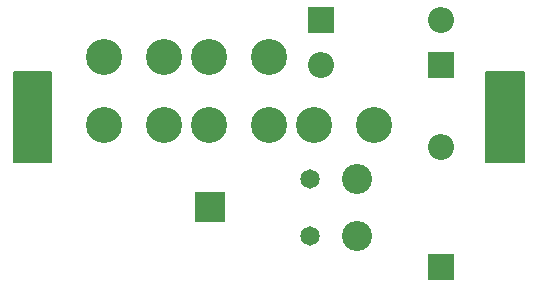
<source format=gbs>
G04 #@! TF.GenerationSoftware,KiCad,Pcbnew,(7.0.0-0)*
G04 #@! TF.CreationDate,2023-03-10T18:04:30-08:00*
G04 #@! TF.ProjectId,RX7 Headlight Control,52583720-4865-4616-946c-696768742043,rev?*
G04 #@! TF.SameCoordinates,Original*
G04 #@! TF.FileFunction,Soldermask,Bot*
G04 #@! TF.FilePolarity,Negative*
%FSLAX46Y46*%
G04 Gerber Fmt 4.6, Leading zero omitted, Abs format (unit mm)*
G04 Created by KiCad (PCBNEW (7.0.0-0)) date 2023-03-10 18:04:30*
%MOMM*%
%LPD*%
G01*
G04 APERTURE LIST*
%ADD10C,0.150000*%
%ADD11R,2.200000X2.200000*%
%ADD12O,2.200000X2.200000*%
%ADD13R,2.550000X2.550000*%
%ADD14C,1.650000*%
%ADD15C,2.550000*%
%ADD16C,3.048000*%
G04 APERTURE END LIST*
D10*
X145415000Y-100330000D02*
X148590000Y-100330000D01*
X148590000Y-100330000D02*
X148590000Y-107950000D01*
X148590000Y-107950000D02*
X145415000Y-107950000D01*
X145415000Y-107950000D02*
X145415000Y-100330000D01*
G36*
X145415000Y-100330000D02*
G01*
X148590000Y-100330000D01*
X148590000Y-107950000D01*
X145415000Y-107950000D01*
X145415000Y-100330000D01*
G37*
X105410000Y-100330000D02*
X108585000Y-100330000D01*
X108585000Y-100330000D02*
X108585000Y-107950000D01*
X108585000Y-107950000D02*
X105410000Y-107950000D01*
X105410000Y-107950000D02*
X105410000Y-100330000D01*
G36*
X105410000Y-100330000D02*
G01*
X108585000Y-100330000D01*
X108585000Y-107950000D01*
X105410000Y-107950000D01*
X105410000Y-100330000D01*
G37*
D11*
X131444999Y-95884999D03*
D12*
X141604999Y-95884999D03*
D11*
X141604999Y-116839999D03*
D12*
X141604999Y-106679999D03*
D11*
X141604999Y-99694999D03*
D12*
X131444999Y-99694999D03*
D13*
X122069999Y-111759999D03*
D14*
X130470000Y-114160000D03*
D15*
X134470000Y-114160000D03*
X134470000Y-109360000D03*
D14*
X130470000Y-109360000D03*
D16*
X127000000Y-99060000D03*
X121920000Y-99060000D03*
X130810000Y-104775000D03*
X135890000Y-104775000D03*
X118110000Y-99060000D03*
X113030000Y-99060000D03*
X118110000Y-104775000D03*
X113030000Y-104775000D03*
X127000000Y-104775000D03*
X121920000Y-104775000D03*
M02*

</source>
